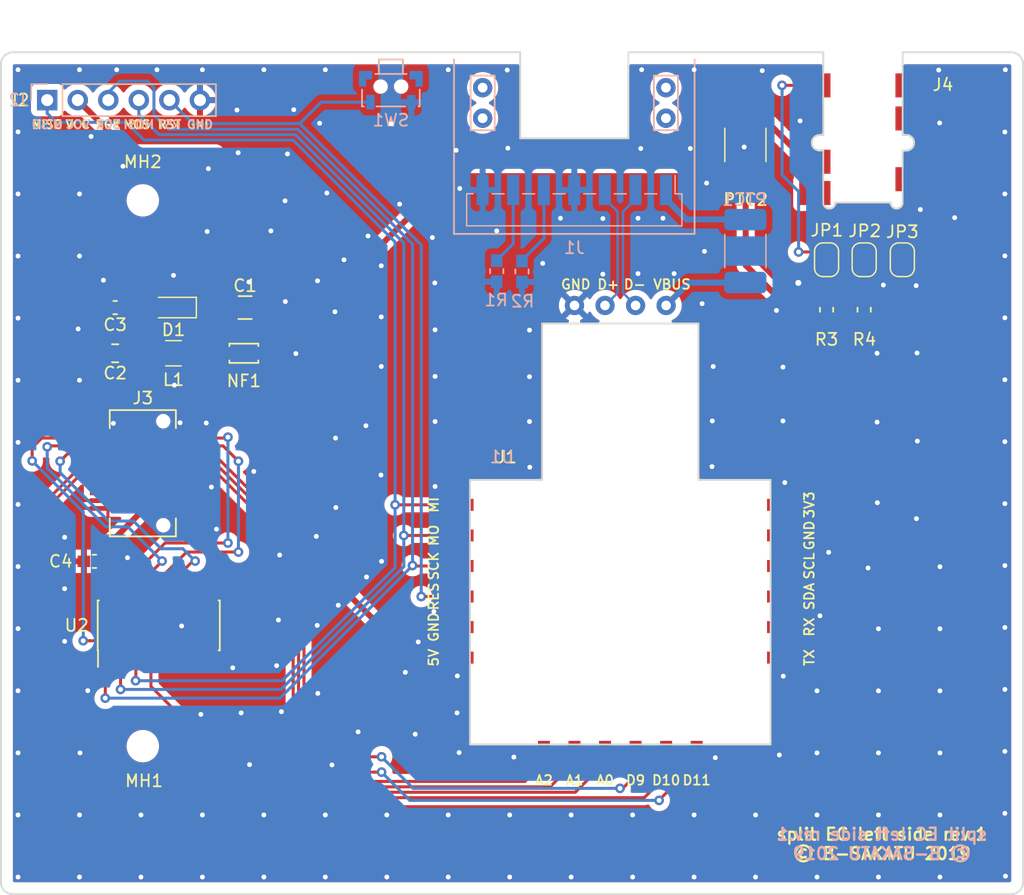
<source format=kicad_pcb>
(kicad_pcb (version 20221018) (generator pcbnew)
  (layers (0 "F.Cu" signal) (31 "B.Cu" signal) (34 "B.Paste" user) (35 "F.Paste" user) (36 "B.SilkS" user "B.Silkscreen") (37 "F.SilkS" user "F.Silkscreen") (38 "B.Mask" user) (39 "F.Mask" user) (44 "Edge.Cuts" user))
  (net 0 "")
  (net 1 "Net-(C1-Pad1)")
  (net 2 "GND")
  (net 3 "AVCC")
  (net 4 "KEY")
  (net 5 "ENABLE")
  (net 6 "PREV")
  (net 7 "ROW_A")
  (net 8 "ROW_B")
  (net 9 "ROW_C")
  (net 10 "COL_B")
  (net 11 "COL_C")
  (net 12 "COL_A")
  (net 13 "VCC")
  (net 14 "COL_0")
  (net 15 "COL_1")
  (net 16 "COL_2")
  (net 17 "COL_3")
  (net 18 "Net-(U2-Pad7)")
  (net 19 "Net-(U2-Pad9)")
  (net 20 "Net-(U2-Pad10)")
  (net 21 "/D+")
  (net 22 "/CC1")
  (net 23 "/D-")
  (net 24 "/CC2")
  (net 25 "~{RST}")
  (net 26 "LED")
  (net 27 "SCL")
  (net 28 "SDA")
  (net 29 "DATA")
  (net 30 "Net-(PTC1-Pad2)")
  (net 31 "Net-(U1-Pad2)")
  (net 32 "Net-(U1-Pad1)")
  (net 33 "Net-(U2-Pad11)")
  (net 34 "VBUS")
  (net 35 "Net-(J3-Pad9)")
  (net 36 "Net-(J4-PadR1N)")
  (net 37 "Net-(J4-PadR1)")
  (net 38 "Net-(J4-PadT1N)")
  (net 39 "Net-(J4-PadT)")
  (net 40 "Net-(J4-PadR2)")
  (footprint "bsakatu_parts:C_1206_3216Metric_Pad1.42x1.75mm_HandSolder" (layer "F.Cu") (at 91.55 61.225)
    (fp_text reference "C1")
    (fp_text value "10u")
  )
  (footprint "bsakatu_parts:C_0805_2012Metric_Pad1.15x1.40mm_HandSolder" (layer "F.Cu") (at 80.75 65.025 180)
    (fp_text reference "C2")
    (fp_text value "22u")
  )
  (footprint "bsakatu_parts:C_0603_1608Metric_Pad1.05x0.95mm_HandSolder" (layer "F.Cu") (at 80.75 61.225 180)
    (fp_text reference "C3")
    (fp_text value "0.1u")
  )
  (footprint "bsakatu_parts:C_0603_1608Metric_Pad1.05x0.95mm_HandSolder" (layer "F.Cu") (at 79.025 82.325 180)
    (fp_text reference "C4")
    (fp_text value "0.1u")
  )
  (footprint "bsakatu_parts:D_SOD-323_HandSoldering" (layer "F.Cu") (at 85.6 61.225 180)
    (fp_text reference "D1")
    (fp_text value "1SS352")
  )
  (footprint "bsakatu_parts:DF15(3.2)-20DP-0.65V(56)_BracketLess" (layer "F.Cu") (at 83.05 75)
    (fp_text reference "J3")
    (fp_text value "DF15(3.2)-20DP-0.65V(56)")
  )
  (footprint "Jumper:SolderJumper-2_P1.3mm_Open_RoundedPad1.0x1.5mm" (layer "F.Cu") (at 139.9 57.25 90)
    (fp_text reference "JP1")
    (fp_text value "SolderJumper_2_Open")
  )
  (footprint "Jumper:SolderJumper-2_P1.3mm_Open_RoundedPad1.0x1.5mm" (layer "F.Cu") (at 143.025 57.25 90)
    (fp_text reference "JP2")
    (fp_text value "SolderJumper_2_Open")
  )
  (footprint "Jumper:SolderJumper-2_P1.3mm_Bridged_RoundedPad1.0x1.5mm" (layer "F.Cu") (at 146.2 57.25 90)
    (fp_text reference "JP3")
    (fp_text value "SolderJumper_2_Open")
  )
  (footprint "bsakatu_parts:L_Yuden_LB-2518_HandSolder" (layer "F.Cu") (at 85.6 65.025 180)
    (fp_text reference "L1")
    (fp_text value "LBR2518T470K")
  )
  (footprint "MountingHole:MountingHole_2.2mm_M2" (layer "F.Cu") (at 83.05 97.69)
    (fp_text reference "MH1")
    (fp_text value "MountingHole")
  )
  (footprint "MountingHole:MountingHole_2.2mm_M2" (layer "F.Cu") (at 83.05 52.31)
    (fp_text reference "MH2")
    (fp_text value "MountingHole")
  )
  (footprint "bsakatu_parts:NF_YFF21_HandSoldering" (layer "F.Cu") (at 91.45 65.025 180)
    (fp_text reference "NF1")
    (fp_text value "YFF21PC1E104MT000N" hide)
  )
  (footprint "bsakatu_parts:PTC_0ZCG_1812_4532" (layer "F.Cu") (at 133.15 47.7 90)
    (fp_text reference "PTC2")
    (fp_text value "0ZCG0050AF2C" hide)
  )
  (footprint "bsakatu_parts:R_SMD_0603_1608_HandSolder" (layer "F.Cu") (at 139.9 61.4 90)
    (fp_text reference "R3")
    (fp_text value "4.7k")
  )
  (footprint "bsakatu_parts:R_SMD_0603_1608_HandSolder" (layer "F.Cu") (at 143.025 61.4 90)
    (fp_text reference "R4")
    (fp_text value "4.7k")
  )
  (footprint "Package_SO:SOIC-16_3.9x9.9mm_P1.27mm" (layer "F.Cu") (at 84.375 87.65 90)
    (fp_text reference "U2")
    (fp_text value "74LS138")
  )
  (footprint "bsakatu_parts:Jack_3.5mm_CUI_SJ-43504-SMT_Horizontal" (layer "F.Cu") (at 142.925 40)
    (fp_text reference "J4")
    (fp_text value "TRRS jack")
    (fp_line (start -3.6 6.87) (end -3.3 6.87) (stroke (width 0.15)) (layer "Edge.Cuts"))
    (fp_line (start -3.6 8.17) (end -3.3 8.17) (stroke (width 0.15)) (layer "Edge.Cuts"))
    (fp_line (start -3.3 0) (end -4.35 0) (stroke (width 0.15)) (layer "Edge.Cuts"))
    (fp_line (start -3.3 0) (end -3.3 6.87) (stroke (width 0.15)) (layer "Edge.Cuts"))
    (fp_line (start -3.3 8.17) (end -3.3 12.5) (stroke (width 0.15)) (layer "Edge.Cuts"))
    (fp_line (start -2.3 12.5) (end 2.3 12.5) (stroke (width 0.15)) (layer "Edge.Cuts"))
    (fp_line (start 3.3 0) (end 3.3 6.87) (stroke (width 0.15)) (layer "Edge.Cuts"))
    (fp_line (start 3.3 0) (end 4.35 0) (stroke (width 0.15)) (layer "Edge.Cuts"))
    (fp_line (start 3.3 6.87) (end 3.6 6.87) (stroke (width 0.15)) (layer "Edge.Cuts"))
    (fp_line (start 3.3 8.17) (end 3.3 12.5) (stroke (width 0.15)) (layer "Edge.Cuts"))
    (fp_line (start 3.3 8.17) (end 3.6 8.17) (stroke (width 0.15)) (layer "Edge.Cuts"))
    (fp_arc (start -3.6 8.17) (mid -4.25 7.52) (end -3.6 6.87) (stroke (width 0.15)) (layer "Edge.Cuts"))
    (fp_arc (start -2.3 12.5) (mid -2.8 13) (end -3.3 12.5) (stroke (width 0.15)) (layer "Edge.Cuts"))
    (fp_arc (start 3.3 12.5) (mid 2.8 13) (end 2.3 12.5) (stroke (width 0.15)) (layer "Edge.Cuts"))
    (fp_arc (start 3.6 6.87) (mid 4.25 7.52) (end 3.6 8.17) (stroke (width 0.15)) (layer "Edge.Cuts"))
  )
  (footprint "bsakatu_parts:Module_BeetleUSB_soldered_with_L-shape-PinHeader_Reverse" (layer "F.Cu") (at 122.75 85.25)
    (fp_text reference "U1")
    (fp_text value "BeetleUSB_with_USB")
    (fp_line (start -12.5 -9.7) (end -6.5 -9.7) (stroke (width 0.15)) (layer "Edge.Cuts"))
    (fp_line (start -12.5 12.3) (end -12.5 -9.7) (stroke (width 0.15)) (layer "Edge.Cuts"))
    (fp_line (start -6.5 -22.7) (end 6.5 -22.7) (stroke (width 0.15)) (layer "Edge.Cuts"))
    (fp_line (start -6.5 -9.7) (end -6.5 -22.7) (stroke (width 0.15)) (layer "Edge.Cuts"))
    (fp_line (start 6.5 -22.7) (end 6.5 -9.7) (stroke (width 0.15)) (layer "Edge.Cuts"))
    (fp_line (start 6.5 -9.7) (end 12.5 -9.7) (stroke (width 0.15)) (layer "Edge.Cuts"))
    (fp_line (start 12.5 12.3) (end -12.5 12.3) (stroke (width 0.15)) (layer "Edge.Cuts"))
    (fp_line (start 12.5 12.3) (end 12.5 -9.7) (stroke (width 0.15)) (layer "Edge.Cuts"))
  )
  (footprint "bsakatu_parts:PTC_0ZCG_1812_4532" (layer "B.Cu") (at 133.15 56.525 -90)
    (fp_text reference "PTC1")
    (fp_text value "0ZCG0050AF2C" hide)
  )
  (footprint "bsakatu_parts:R_SMD_0603_1608_HandSolder" (layer "B.Cu") (at 112.475 58.2 90)
    (fp_text reference "R1")
    (fp_text value "5.1k")
  )
  (footprint "bsakatu_parts:R_SMD_0603_1608_HandSolder" (layer "B.Cu") (at 114.575 58.225 90)
    (fp_text reference "R2")
    (fp_text value "5.1k")
  )
  (footprint "bsakatu_parts:SW_SPST_4.4x1.8x3.8mm_plastic-pin" (layer "B.Cu") (at 103.675 42.85)
    (fp_text reference "SW1")
    (fp_text value "SW_Push")
  )
  (footprint "bsakatu_parts:USB_C_AE-USB2.0-TYPE-C_soldered_with_L-shape-PinHeader" (layer "B.Cu") (at 118.925 53.1 180)
    (fp_text reference "J1")
    (fp_text value "AE-USB2.0-TYPE-C")
    (fp_line (start -4.5 5.95) (end -4.5 13.1) (stroke (width 0.15)) (layer "Edge.Cuts"))
    (fp_line (start -4.5 5.95) (end 4.5 5.95) (stroke (width 0.15)) (layer "Edge.Cuts"))
    (fp_line (start -4.5 13.1) (end -9.85 13.1) (stroke (width 0.15)) (layer "Edge.Cuts"))
    (fp_line (start 4.5 5.95) (end 4.5 13.1) (stroke (width 0.15)) (layer "Edge.Cuts"))
    (fp_line (start 4.5 13.1) (end 9.85 13.1) (stroke (width 0.15)) (layer "Edge.Cuts"))
  )
  (footprint "bsakatu_parts:Connector_AVR-ISP-6_6x1_Reversible" (layer "B.Cu") (at 75.1 43.975 -90)
    (fp_text reference "J2")
    (fp_text value "AVR-ISP-6")
  )
  (gr_line (start 155.25 110) (end 72.25 110) (stroke (width 0.15)) (layer "Edge.Cuts"))
  (gr_arc (start 72.25 110) (mid 71.542893 109.707107) (end 71.25 109) (stroke (width 0.15)) (layer "Edge.Cuts"))
  (gr_arc (start 156.25 109) (mid 155.957107 109.707107) (end 155.25 110) (stroke (width 0.15)) (layer "Edge.Cuts"))
  (gr_arc (start 155.25 40) (mid 155.957107 40.292893) (end 156.25 41) (stroke (width 0.15)) (layer "Edge.Cuts"))
  (gr_line (start 109.075 40) (end 72.25 40) (stroke (width 0.15)) (layer "Edge.Cuts"))
  (gr_line (start 156.25 41) (end 156.25 109) (stroke (width 0.15)) (layer "Edge.Cuts"))
  (gr_line (start 71.25 41) (end 71.25 109) (stroke (width 0.15)) (layer "Edge.Cuts"))
  (gr_arc (start 71.25 41) (mid 71.542893 40.292893) (end 72.25 40) (stroke (width 0.15)) (layer "Edge.Cuts"))
  (gr_line (start 128.775 40) (end 138.575 40) (stroke (width 0.15)) (layer "Edge.Cuts"))
  (gr_line (start 155.25 40) (end 147.275 40) (stroke (width 0.15)) (layer "Edge.Cuts"))
  (gr_text "split EC left side rev.1\n© B-SAKATU 2019" (at 144.5 105.825) (layer "B.SilkS") (effects (font (size 1 1) (thickness 0.2)) (justify mirror)))
  (gr_text "split EC left side rev.1\n© B-SAKATU 2019" (at 144.5 105.825) (layer "F.SilkS") (effects (font (size 1 1) (thickness 0.2))))
  (segment (start 86.85 61.225) (end 86.85 65.05) (width 0.5) (layer "F.Cu") (net 1))
  (segment (start 86.85 61.225) (end 90.05 61.225) (width 0.5) (layer "F.Cu") (net 1))
  (segment (start 90.25 65.025) (end 86.875 65.025) (width 0.5) (layer "F.Cu") (net 1))
  (segment (start 85.95 76.625) (end 85.95 78.75) (width 0.25) (layer "F.Cu") (net 2))
  (segment (start 85.95 77.275) (end 88 77.275) (width 0.25) (layer "F.Cu") (net 2))
  (segment (start 85.95 76.625) (end 88 76.625) (width 0.25) (layer "F.Cu") (net 2))
  (segment (start 80.15 77.275) (end 80.15 77.925) (width 0.25) (layer "F.Cu") (net 2))
  (segment (start 78.4 77.925) (end 78.25 77.925) (width 0.25) (layer "F.Cu") (net 2))
  (segment (start 80.15 77.925) (end 80.15 78.75) (width 0.25) (layer "F.Cu") (net 2))
  (segment (start 78.8 77.275) (end 78.25 77.275) (width 0.25) (layer "F.Cu") (net 2))
  (segment (start 85.95 77.925) (end 88 77.925) (width 0.25) (layer "F.Cu") (net 2))
  (segment (start 80.15 77.275) (end 78.8 77.275) (width 0.25) (layer "F.Cu") (net 2))
  (segment (start 80.15 77.925) (end 78.4 77.925) (width 0.25) (layer "F.Cu") (net 2))
  (via (at 72.675 46.613461) (size 0.8) (drill 0.4) (layers "F.Cu" "B.Cu") (net 2))
  (via (at 72.675 51.776922) (size 0.8) (drill 0.4) (layers "F.Cu" "B.Cu") (net 2))
  (via (at 72.675 56.940383) (size 0.8) (drill 0.4) (layers "F.Cu" "B.Cu") (net 2))
  (via (at 72.675 62.103844) (size 0.8) (drill 0.4) (layers "F.Cu" "B.Cu") (net 2))
  (via (at 72.675 67.267305) (size 0.8) (drill 0.4) (layers "F.Cu" "B.Cu") (net 2))
  (via (at 72.675 72.430766) (size 0.8) (drill 0.4) (layers "F.Cu" "B.Cu") (net 2))
  (via (at 72.675 77.594227) (size 0.8) (drill 0.4) (layers "F.Cu" "B.Cu") (net 2))
  (via (at 72.675 82.757688) (size 0.8) (drill 0.4) (layers "F.Cu" "B.Cu") (net 2))
  (via (at 72.675 87.921149) (size 0.8) (drill 0.4) (layers "F.Cu" "B.Cu") (net 2))
  (via (at 72.675 93.08461) (size 0.8) (drill 0.4) (layers "F.Cu" "B.Cu") (net 2))
  (via (at 72.675 98.248071) (size 0.8) (drill 0.4) (layers "F.Cu" "B.Cu") (net 2))
  (via (at 72.675 103.411532) (size 0.8) (drill 0.4) (layers "F.Cu" "B.Cu") (net 2))
  (via (at 72.675 108.575) (size 0.8) (drill 0.4) (layers "F.Cu" "B.Cu") (net 2))
  (via (at 154.725 46.625) (size 0.8) (drill 0.4) (layers "F.Cu" "B.Cu") (net 2))
  (via (at 154.725 51.775) (size 0.8) (drill 0.4) (layers "F.Cu" "B.Cu") (net 2))
  (via (at 154.725 56.925) (size 0.8) (drill 0.4) (layers "F.Cu" "B.Cu") (net 2))
  (via (at 154.725 62.075) (size 0.8) (drill 0.4) (layers "F.Cu" "B.Cu") (net 2))
  (via (at 154.725 67.225) (size 0.8) (drill 0.4) (layers "F.Cu" "B.Cu") (net 2))
  (via (at 154.725 72.375) (size 0.8) (drill 0.4) (layers "F.Cu" "B.Cu") (net 2))
  (via (at 154.725 77.525) (size 0.8) (drill 0.4) (layers "F.Cu" "B.Cu") (net 2))
  (via (at 154.725 82.675) (size 0.8) (drill 0.4) (layers "F.Cu" "B.Cu") (net 2))
  (via (at 154.725 87.825) (size 0.8) (drill 0.4) (layers "F.Cu" "B.Cu") (net 2))
  (via (at 154.725 92.975) (size 0.8) (drill 0.4) (layers "F.Cu" "B.Cu") (net 2))
  (via (at 154.725 98.125) (size 0.8) (drill 0.4) (layers "F.Cu" "B.Cu") (net 2))
  (via (at 154.725 103.275) (size 0.8) (drill 0.4) (layers "F.Cu" "B.Cu") (net 2))
  (via (at 77.785 108.575) (size 0.8) (drill 0.4) (layers "F.Cu" "B.Cu") (net 2))
  (via (at 82.895 108.575) (size 0.8) (drill 0.4) (layers "F.Cu" "B.Cu") (net 2))
  (via (at 88.005 108.575) (size 0.8) (drill 0.4) (layers "F.Cu" "B.Cu") (net 2))
  (via (at 93.115 108.575) (size 0.8) (drill 0.4) (layers "F.Cu" "B.Cu") (net 2))
  (via (at 98.225 108.575) (size 0.8) (drill 0.4) (layers "F.Cu" "B.Cu") (net 2))
  (via (at 103.335 108.575) (size 0.8) (drill 0.4) (layers "F.Cu" "B.Cu") (net 2))
  (via (at 108.445 108.575) (size 0.8) (drill 0.4) (layers "F.Cu" "B.Cu") (net 2))
  (via (at 113.555 108.575) (size 0.8) (drill 0.4) (layers "F.Cu" "B.Cu") (net 2))
  (via (at 118.665 108.575) (size 0.8) (drill 0.4) (layers "F.Cu" "B.Cu") (net 2))
  (via (at 123.775 108.575) (size 0.8) (drill 0.4) (layers "F.Cu" "B.Cu") (net 2))
  (via (at 128.885 108.575) (size 0.8) (drill 0.4) (layers "F.Cu" "B.Cu") (net 2))
  (via (at 133.995 108.575) (size 0.8) (drill 0.4) (layers "F.Cu" "B.Cu") (net 2))
  (via (at 139.105 108.575) (size 0.8) (drill 0.4) (layers "F.Cu" "B.Cu") (net 2))
  (via (at 144.215 108.575) (size 0.8) (drill 0.4) (layers "F.Cu" "B.Cu") (net 2))
  (via (at 149.325 108.575) (size 0.8) (drill 0.4) (layers "F.Cu" "B.Cu") (net 2))
  (via (at 154.775 108.5) (size 0.8) (drill 0.4) (layers "F.Cu" "B.Cu") (net 2))
  (via (at 77.785 41.45) (size 0.8) (drill 0.4) (layers "F.Cu" "B.Cu") (net 2))
  (via (at 84.225 41.45) (size 0.8) (drill 0.4) (layers "F.Cu" "B.Cu") (net 2))
  (via (at 88.005 41.45) (size 0.8) (drill 0.4) (layers "F.Cu" "B.Cu") (net 2))
  (via (at 93.115 41.45) (size 0.8) (drill 0.4) (layers "F.Cu" "B.Cu") (net 2))
  (via (at 98.225 41.45) (size 0.8) (drill 0.4) (layers "F.Cu" "B.Cu") (net 2))
  (via (at 108.445 41.45) (size 0.8) (drill 0.4) (layers "F.Cu" "B.Cu") (net 2))
  (via (at 154.765 41.45) (size 0.8) (drill 0.4) (layers "F.Cu" "B.Cu") (net 2))
  (via (at 77.785 51.776922) (size 0.8) (drill 0.4) (layers "F.Cu" "B.Cu") (net 2))
  (via (at 77.785 56.940383) (size 0.8) (drill 0.4) (layers "F.Cu" "B.Cu") (net 2))
  (via (at 77.675 63) (size 0.8) (drill 0.4) (layers "F.Cu" "B.Cu") (net 2))
  (via (at 77.785 67.267305) (size 0.8) (drill 0.4) (layers "F.Cu" "B.Cu") (net 2))
  (via (at 77.785 103.411532) (size 0.8) (drill 0.4) (layers "F.Cu" "B.Cu") (net 2))
  (via (at 82.895 103.411532) (size 0.8) (drill 0.4) (layers "F.Cu" "B.Cu") (net 2))
  (via (at 88.005 103.411532) (size 0.8) (drill 0.4) (layers "F.Cu" "B.Cu") (net 2))
  (via (at 93.115 103.411532) (size 0.8) (drill 0.4) (layers "F.Cu" "B.Cu") (net 2))
  (via (at 98.225 103.411532) (size 0.8) (drill 0.4) (layers "F.Cu" "B.Cu") (net 2))
  (via (at 103.335 103.411532) (size 0.8) (drill 0.4) (layers "F.Cu" "B.Cu") (net 2))
  (via (at 108.445 103.411532) (size 0.8) (drill 0.4) (layers "F.Cu" "B.Cu") (net 2))
  (via (at 113.555 103.411532) (size 0.8) (drill 0.4) (layers "F.Cu" "B.Cu") (net 2))
  (via (at 118.665 103.411532) (size 0.8) (drill 0.4) (layers "F.Cu" "B.Cu") (net 2))
  (via (at 123.775 103.411532) (size 0.8) (drill 0.4) (layers "F.Cu" "B.Cu") (net 2))
  (via (at 128.885 103.411532) (size 0.8) (drill 0.4) (layers "F.Cu" "B.Cu") (net 2))
  (via (at 133.995 103.411532) (size 0.8) (drill 0.4) (layers "F.Cu" "B.Cu") (net 2))
  (via (at 139.105 103.411532) (size 0.8) (drill 0.4) (layers "F.Cu" "B.Cu") (net 2))
  (via (at 144.215 103.411532) (size 0.8) (drill 0.4) (layers "F.Cu" "B.Cu") (net 2))
  (via (at 149.325 103.411532) (size 0.8) (drill 0.4) (layers "F.Cu" "B.Cu") (net 2))
  (via (at 149.325 98.251532) (size 0.8) (drill 0.4) (layers "F.Cu" "B.Cu") (net 2))
  (via (at 149.325 93.091532) (size 0.8) (drill 0.4) (layers "F.Cu" "B.Cu") (net 2))
  (via (at 149.325 87.931532) (size 0.8) (drill 0.4) (layers "F.Cu" "B.Cu") (net 2))
  (via (at 149.325 82.771532) (size 0.8) (drill 0.4) (layers "F.Cu" "B.Cu") (net 2))
  (via (at 144.215 98.251532) (size 0.8) (drill 0.4) (layers "F.Cu" "B.Cu") (net 2))
  (via (at 144.215 93.091532) (size 0.8) (drill 0.4) (layers "F.Cu" "B.Cu") (net 2))
  (via (at 144.215 87.931532) (size 0.8) (drill 0.4) (layers "F.Cu" "B.Cu") (net 2))
  (via (at 139.105 98.251532) (size 0.8) (drill 0.4) (layers "F.Cu" "B.Cu") (net 2))
  (via (at 139.105 93.091532) (size 0.8) (drill 0.4) (layers "F.Cu" "B.Cu") (net 2))
  (via (at 113.35 41.475) (size 0.8) (drill 0.4) (layers "F.Cu" "B.Cu") (net 2))
  (via (at 124.525 41.45) (size 0.8) (drill 0.4) (layers "F.Cu" "B.Cu") (net 2))
  (via (at 128.885 41.45) (size 0.8) (drill 0.4) (layers "F.Cu" "B.Cu") (net 2))
  (via (at 109.1 48.15) (size 0.8) (drill 0.4) (layers "F.Cu" "B.Cu") (net 2))
  (via (at 113.4 47.975) (size 0.8) (drill 0.4) (layers "F.Cu" "B.Cu") (net 2))
  (via (at 124.45 48) (size 0.8) (drill 0.4) (layers "F.Cu" "B.Cu") (net 2))
  (via (at 144.125 77.45) (size 0.8) (drill 0.4) (layers "F.Cu" "B.Cu") (net 2))
  (via (at 107.125 55.4) (size 0.8) (drill 0.4) (layers "F.Cu" "B.Cu") (net 2))
  (via (at 107.35 76.1) (size 0.8) (drill 0.4) (layers "F.Cu" "B.Cu") (net 2))
  (via (at 97.75 45.9) (size 0.8) (drill 0.4) (layers "F.Cu" "B.Cu") (net 2))
  (via (at 124.225 53.8) (size 0.8) (drill 0.4) (layers "F.Cu" "B.Cu") (net 2))
  (via (at 80.6 70.85) (size 0.8) (drill 0.4) (layers "F.Cu" "B.Cu") (net 2))
  (via (at 115.2 66.975) (size 0.8) (drill 0.4) (layers "F.Cu" "B.Cu") (net 2))
  (via (at 90.975 48.35) (size 0.8) (drill 0.4) (layers "F.Cu" "B.Cu") (net 2))
  (via (at 77.825 98.25) (size 0.8) (drill 0.4) (layers "F.Cu" "B.Cu") (net 2))
  (via (at 103.7 45.95) (size 0.8) (drill 0.4) (layers "F.Cu" "B.Cu") (net 2))
  (via (at 88.4 54.9) (size 0.8) (drill 0.4) (layers "F.Cu" "B.Cu") (net 2))
  (via (at 95.6 44.775) (size 0.8) (drill 0.4) (layers "F.Cu" "B.Cu") (net 2))
  (via (at 128.575 48) (size 0.8) (drill 0.4) (layers "F.Cu" "B.Cu") (net 2))
  (via (at 86.275 87.7) (size 0.8) (drill 0.4) (layers "F.Cu" "B.Cu") (net 2))
  (via (at 105.7 96.7) (size 0.8) (drill 0.4) (layers "F.Cu" "B.Cu") (net 2))
  (via (at 99.1 77.85) (size 0.8) (drill 0.4) (layers "F.Cu" "B.Cu") (net 2))
  (via (at 99.775 57.25) (size 0.8) (drill 0.4) (layers "F.Cu" "B.Cu") (net 2))
  (via (at 101.775 55.275) (size 0.8) (drill 0.4) (layers "F.Cu" "B.Cu") (net 2))
  (via (at 109.4 51.325) (size 0.8) (drill 0.4) (layers "F.Cu" "B.Cu") (net 2))
  (via (at 87.875 95.05) (size 0.8) (drill 0.4) (layers "F.Cu" "B.Cu") (net 2))
  (via (at 109.2 91.85) (size 0.8) (drill 0.4) (layers "F.Cu" "B.Cu") (net 2))
  (via (at 109.35 98.225) (size 0.8) (drill 0.4) (layers "F.Cu" "B.Cu") (net 2))
  (via (at 80.875 41.45) (size 0.8) (drill 0.4) (layers "F.Cu" "B.Cu") (net 2))
  (via (at 117.775 53.8) (size 0.8) (drill 0.4) (layers "F.Cu" "B.Cu") (net 2))
  (via (at 127.225 58.4) (size 0.8) (drill 0.4) (layers "F.Cu" "B.Cu") (net 2))
  (via (at 107.35 63.075) (size 0.8) (drill 0.4) (layers "F.Cu" "B.Cu") (net 2))
  (via (at 85.6 58.55) (size 0.8) (drill 0.4) (layers "F.Cu" "B.Cu") (net 2))
  (via (at 91.925 99.225) (size 0.8) (drill 0.4) (layers "F.Cu" "B.Cu") (net 2))
  (via (at 81.775 82.025) (size 0.8) (drill 0.4) (layers "F.Cu" "B.Cu") (net 2))
  (via (at 115.225 74.5) (size 0.8) (drill 0.4) (layers "F.Cu" "B.Cu") (net 2))
  (via (at 78.475 93.075) (size 0.8) (drill 0.4) (layers "F.Cu" "B.Cu") (net 2))
  (via (at 99.3 85.975) (size 0.8) (drill 0.4) (layers "F.Cu" "B.Cu") (net 2))
  (via (at 93.7 54.85) (size 0.8) (drill 0.4) (layers "F.Cu" "B.Cu") (net 2))
  (via (at 134.55 41.525) (size 0.8) (drill 0.4) (layers "F.Cu" "B.Cu") (net 2))
  (via (at 104.875 91.55) (size 0.8) (drill 0.4) (layers "F.Cu" "B.Cu") (net 2))
  (via (at 130.475 66.125) (size 0.8) (drill 0.4) (layers "F.Cu" "B.Cu") (net 2))
  (via (at 147.45 72.325) (size 0.8) (drill 0.4) (layers "F.Cu" "B.Cu") (net 2))
  (via (at 94.425 81.8) (size 0.8) (drill 0.4) (layers "F.Cu" "B.Cu") (net 2))
  (via (at 101.65 83.625) (size 0.8) (drill 0.4) (layers "F.Cu" "B.Cu") (net 2))
  (via (at 147.375 78.775) (size 0.8) (drill 0.4) (layers "F.Cu" "B.Cu") (net 2))
  (via (at 76.55 84.6) (size 0.8) (drill 0.4) (layers "F.Cu" "B.Cu") (net 2))
  (via (at 140.075 81.575) (size 0.8) (drill 0.4) (layers "F.Cu" "B.Cu") (net 2))
  (via (at 121.3 58.45) (size 0.8) (drill 0.4) (layers "F.Cu" "B.Cu") (net 2))
  (via (at 136.275 70.65) (size 0.8) (drill 0.4) (layers "F.Cu" "B.Cu") (net 2))
  (via (at 99.025 61.575) (size 0.8) (drill 0.4) (layers "F.Cu" "B.Cu") (net 2))
  (via (at 102.875 62) (size 0.8) (drill 0.4) (layers "F.Cu" "B.Cu") (net 2))
  (via (at 105.95 89.025) (size 0.8) (drill 0.4) (layers "F.Cu" "B.Cu") (net 2))
  (via (at 121.3 53.825) (size 0.8) (drill 0.4) (layers "F.Cu" "B.Cu") (net 2))
  (via (at 137.7 45.7) (size 0.8) (drill 0.4) (layers "F.Cu" "B.Cu") (net 2))
  (via (at 72.675 41.45) (size 0.8) (drill 0.4) (layers "F.Cu" "B.Cu") (net 2))
  (via (at 129.925 50.875) (size 0.8) (drill 0.4) (layers "F.Cu" "B.Cu") (net 2))
  (via (at 79.775 58.95) (size 0.8) (drill 0.4) (layers "F.Cu" "B.Cu") (net 2))
  (via (at 95.775 65.05) (size 0.8) (drill 0.4) (layers "F.Cu" "B.Cu") (net 2))
  (via (at 135.975 98.425) (size 0.8) (drill 0.4) (layers "F.Cu" "B.Cu") (net 2))
  (via (at 135.736452 61.463548) (size 0.8) (drill 0.4) (layers "F.Cu" "B.Cu") (net 2))
  (via (at 94.875 52.35) (size 0.8) (drill 0.4) (layers "F.Cu" "B.Cu") (net 2))
  (via (at 150.55 53.75) (size 0.8) (drill 0.4) (layers "F.Cu" "B.Cu") (net 2))
  (via (at 100.95 96.5) (size 0.8) (drill 0.4) (layers "F.Cu" "B.Cu") (net 2))
  (via (at 97.575 59) (size 0.8) (drill 0.4) (layers "F.Cu" "B.Cu") (net 2))
  (via (at 76.55 80.325) (size 0.8) (drill 0.4) (layers "F.Cu" "B.Cu") (net 2))
  (via (at 90.875 44.8) (size 0.8) (drill 0.4) (layers "F.Cu" "B.Cu") (net 2))
  (via (at 101.6 71.05) (size 0.8) (drill 0.4) (layers "F.Cu" "B.Cu") (net 2))
  (via (at 102.85 75.15) (size 0.8) (drill 0.4) (layers "F.Cu" "B.Cu") (net 2))
  (via (at 112.475 54.85) (size 0.8) (drill 0.4) (layers "F.Cu" "B.Cu") (net 2))
  (via (at 76.55 88.975) (size 0.8) (drill 0.4) (layers "F.Cu" "B.Cu") (net 2))
  (via (at 94.325 87.2) (size 0.8) (drill 0.4) (layers "F.Cu" "B.Cu") (net 2))
  (via (at 107.25 86.5) (size 0.8) (drill 0.4) (layers "F.Cu" "B.Cu") (net 2))
  (via (at 97.6 93.3) (size 0.8) (drill 0.4) (layers "F.Cu" "B.Cu") (net 2))
  (via (at 97.55 87.65) (size 0.8) (drill 0.4) (layers "F.Cu" "B.Cu") (net 2))
  (via (at 137.55 59.175) (size 1) (drill 0.5) (layers "F.Cu" "B.Cu") (net 2))
  (via (at 139.35 86.85) (size 0.8) (drill 0.4) (layers "F.Cu" "B.Cu") (net 2))
  (via (at 98.35 51.7) (size 0.8) (drill 0.4) (layers "F.Cu" "B.Cu") (net 2))
  (via (at 147.425 65) (size 0.8) (drill 0.4) (layers "F.Cu" "B.Cu") (net 2))
  (via (at 88.325 70.825) (size 0.8) (drill 0.4) (layers "F.Cu" "B.Cu") (net 2))
  (via (at 130.4 70.65) (size 0.8) (drill 0.4) (layers "F.Cu" "B.Cu") (net 2))
  (via (at 136.3 91.875) (size 0.8) (drill 0.4) (layers "F.Cu" "B.Cu") (net 2))
  (via (at 78.75 47) (size 0.8) (drill 0.4) (layers "F.Cu" "B.Cu") (net 2))
  (via (at 95.075 48.45) (size 0.8) (drill 0.4) (layers "F.Cu" "B.Cu") (net 2))
  (via (at 144.1 65.025) (size 0.8) (drill 0.4) (layers "F.Cu" "B.Cu") (net 2))
  (via (at 102.875 66.125) (size 0.8) (drill 0.4) (layers "F.Cu" "B.Cu") (net 2))
  (via (at 88.5 49.675) (size 0.8) (drill 0.4) (layers "F.Cu" "B.Cu") (net 2))
  (via (at 136.425 75.775) (size 0.8) (drill 0.4) (layers "F.Cu" "B.Cu") (net 2))
  (via (at 85.675 67.675) (size 0.8) (drill 0.4) (layers "F.Cu" "B.Cu") (net 2))
  (via (at 144.1 70.75) (size 0.8) (drill 0.4) (layers "F.Cu" "B.Cu") (net 2))
  (via (at 104.4 52.625) (size 0.8) (drill 0.4) (layers "F.Cu" "B.Cu") (net 2))
  (via (at 149.225 41.475) (size 0.8) (drill 0.4) (layers "F.Cu" "B.Cu") (net 2))
  (via (at 91.875 59.1) (size 0.8) (drill 0.4) (layers "F.Cu" "B.Cu") (net 2))
  (via (at 102.9 82.325) (size 0.8) (drill 0.4) (layers "F.Cu" "B.Cu") (net 2))
  (via (at 88.75 76.15) (size 0.8) (drill 0.4) (layers "F.Cu" "B.Cu") (net 2))
  (via (at 98.775 99.25) (size 0.8) (drill 0.4) (layers "F.Cu" "B.Cu") (net 2))
  (via (at 124.225 58.4) (size 0.8) (drill 0.4) (layers "F.Cu" "B.Cu") (net 2))
  (via (at 107.35 66.95) (size 0.8) (drill 0.4) (layers "F.Cu" "B.Cu") (net 2))
  (via (at 89.175 79.65) (size 0.8) (drill 0.4) (layers "F.Cu" "B.Cu") (net 2))
  (via (at 115.2 70.7) (size 0.8) (drill 0.4) (layers "F.Cu" "B.Cu") (net 2))
  (via (at 90.525 91.175) (size 0.8) (drill 0.4) (layers "F.Cu" "B.Cu") (net 2))
  (via (at 129.55 60.9) (size 0.8) (drill 0.4) (layers "F.Cu" "B.Cu") (net 2))
  (via (at 147.35001 59.4) (size 0.8) (drill 0.4) (layers "F.Cu" "B.Cu") (net 2))
  (via (at 129.75 56.55) (size 0.8) (drill 0.4) (layers "F.Cu" "B.Cu") (net 2))
  (via (at 143.35 82.875) (size 0.8) (drill 0.4) (layers "F.Cu" "B.Cu") (net 2))
  (via (at 91.225 94.925) (size 0.8) (drill 0.4) (layers "F.Cu" "B.Cu") (net 2))
  (via (at 149.3 45.875) (size 0.8) (drill 0.4) (layers "F.Cu" "B.Cu") (net 2))
  (via (at 94.575 94.825) (size 0.8) (drill 0.4) (layers "F.Cu" "B.Cu") (net 2))
  (via (at 99.075 72.075) (size 0.8) (drill 0.4) (layers "F.Cu" "B.Cu") (net 2))
  (via (at 102.875 57.75) (size 0.8) (drill 0.4) (layers "F.Cu" "B.Cu") (net 2))
  (via (at 136.275 66.175) (size 0.8) (drill 0.4) (layers "F.Cu" "B.Cu") (net 2))
  (via (at 94.175 91) (size 0.8) (drill 0.4) (layers "F.Cu" "B.Cu") (net 2))
  (via (at 113.9 98.6) (size 0.8) (drill 0.4) (layers "F.Cu" "B.Cu") (net 2))
  (via (at 86.15 70.8) (size 0.8) (drill 0.4) (layers "F.Cu" "B.Cu") (net 2))
  (via (at 94.9 60.725) (size 0.8) (drill 0.4) (layers "F.Cu" "B.Cu") (net 2))
  (via (at 107.35 70.7) (size 0.8) (drill 0.4) (layers "F.Cu" "B.Cu") (net 2))
  (via (at 107.325 59.175) (size 0.8) (drill 0.4) (layers "F.Cu" "B.Cu") (net 2))
  (via (at 115.2 63.1) (size 0.8) (drill 0.4) (layers "F.Cu" "B.Cu") (net 2))
  (via (at 97.475 80.25) (size 0.8) (drill 0.4) (layers "F.Cu" "B.Cu") (net 2))
  (via (at 126.3 53.8) (size 0.8) (drill 0.4) (layers "F.Cu" "B.Cu") (net 2))
  (via (at 130.375 74.45) (size 0.8) (drill 0.4) (layers "F.Cu" "B.Cu") (net 2))
  (via (at 116.3 57.55) (size 0.8) (drill 0.4) (layers "F.Cu" "B.Cu") (net 2))
  (via (at 81.4 49.475) (size 0.8) (drill 0.4) (layers "F.Cu" "B.Cu") (net 2))
  (via (at 133.05 47.875) (size 0.8) (drill 0.4) (layers "F.Cu" "B.Cu") (net 2))
  (via (at 109.175 94.925) (size 0.8) (drill 0.4) (layers "F.Cu" "B.Cu") (net 2))
  (via (at 130.65 98.65) (size 0.8) (drill 0.4) (layers "F.Cu" "B.Cu") (net 2))
  (via (at 92.275 74.85) (size 0.8) (drill 0.4) (layers "F.Cu" "B.Cu") (net 2))
  (via (at 144.625 59.35) (size 0.8) (drill 0.4) (layers "F.Cu" "B.Cu") (net 2))
  (via (at 147.7 53.075) (size 0.8) (drill 0.4) (layers "F.Cu" "B.Cu") (net 2))
  (segment (start 79.93 81.195) (end 83 78.125) (width 0.5) (layer "F.Cu") (net 3))
  (segment (start 81.025 88.025) (end 84.6 88.025) (width 0.5) (layer "F.Cu") (net 3))
  (segment (start 83 75.775) (end 83 74.375) (width 0.5) (layer "F.Cu") (net 3))
  (segment (start 84.6 88.025) (end 86.275 89.7) (width 0.5) (layer "F.Cu") (net 3))
  (segment (start 84.35 65.575) (end 84.35 65.05) (width 0.5) (layer "F.Cu") (net 3))
  (segment (start 83.95 75.975) (end 80.15 75.975) (width 0.4) (layer "F.Cu") (net 3))
  (segment (start 84.35 65.025) (end 81.775 65.025) (width 0.5) (layer "F.Cu") (net 3))
  (segment (start 85.95 75.325) (end 83 75.325) (width 0.4) (layer "F.Cu") (net 3))
  (segment (start 79.93 81.195) (end 79.9 81.225) (width 0.5) (layer "F.Cu") (net 3))
  (segment (start 80.15 76.625) (end 80.15 75.975) (width 0.4) (layer "F.Cu") (net 3))
  (segment (start 81.625 64.875) (end 81.775 65.025) (width 0.5) (layer "F.Cu") (net 3))
  (segment (start 85.95 75.325) (end 85.95 75.975) (width 0.4) (layer "F.Cu") (net 3))
  (segment (start 79.9 84.925) (end 79.925 84.95) (width 0.5) (layer "F.Cu") (net 3))
  (segment (start 79.9 82.325) (end 79.9 84.925) (width 0.5) (layer "F.Cu") (net 3))
  (segment (start 83 74.375) (end 83 66.925) (width 0.5) (layer "F.Cu") (net 3))
  (segment (start 83 78.125) (end 83 75.775) (width 0.5) (layer "F.Cu") (net 3))
  (segment (start 86.275 89.7) (end 86.275 90.375) (width 0.5) (layer "F.Cu") (net 3))
  (segment (start 81.625 61.225) (end 81.625 64.875) (width 0.5) (layer "F.Cu") (net 3))
  (segment (start 79.9 81.35) (end 79.9 82.325) (width 0.5) (layer "F.Cu") (net 3))
  (segment (start 85.95 75.975) (end 83.95 75.975) (width 0.4) (layer "F.Cu") (net 3))
  (segment (start 79.93 84.95) (end 79.93 86.93) (width 0.5) (layer "F.Cu") (net 3))
  (segment (start 83 66.925) (end 84.35 65.575) (width 0.5) (layer "F.Cu") (net 3))
  (segment (start 80.15 76.625) (end 83 76.625) (width 0.4) (layer "F.Cu") (net 3))
  (segment (start 86.28 90.35) (end 86.28 89.9) (width 0.5) (layer "F.Cu") (net 3))
  (segment (start 79.93 86.93) (end 81.025 88.025) (width 0.5) (layer "F.Cu") (net 3))
  (segment (start 79.9 81.225) (end 79.9 81.35) (width 0.5) (layer "F.Cu") (net 3))
  (segment (start 84.35 61.225) (end 81.625 61.225) (width 0.5) (layer "F.Cu") (net 3))
  (segment (start 101.925 100.625) (end 95.549978 94.249978) (width 0.25) (layer "F.Cu") (net 4))
  (segment (start 116.4 98.4) (end 116.4 99.05) (width 0.25) (layer "F.Cu") (net 4))
  (segment (start 87.7 74.675) (end 85.95 74.675) (width 0.25) (layer "F.Cu") (net 4))
  (segment (start 95.549978 81.324978) (end 88.9 74.675) (width 0.25) (layer "F.Cu") (net 4))
  (segment (start 88.9 74.675) (end 87.7 74.675) (width 0.25) (layer "F.Cu") (net 4))
  (segment (start 95.549978 94.249978) (end 95.549978 81.324978) (width 0.25) (layer "F.Cu") (net 4))
  (segment (start 114.825 100.625) (end 101.925 100.625) (width 0.25) (layer "F.Cu") (net 4))
  (segment (start 116.4 99.05) (end 114.825 100.625) (width 0.25) (layer "F.Cu") (net 4))
  (segment (start 73.850082 73.409315) (end 73.850082 73.975) (width 0.25) (layer "F.Cu") (net 5))
  (segment (start 73.850082 72.874918) (end 73.850082 73.409315) (width 0.25) (layer "F.Cu") (net 5))
  (segment (start 92.075 101.075) (end 83.725 92.725) (width 0.25) (layer "F.Cu") (net 5))
  (segment (start 83.075 88.925) (end 78.656366 88.925) (width 0.25) (layer "F.Cu") (net 5))
  (segment (start 80.15 72.075) (end 74.65 72.075) (width 0.25) (layer "F.Cu") (net 5))
  (segment (start 74.65 72.075) (end 73.850082 72.874918) (width 0.25) (layer "F.Cu") (net 5))
  (segment (start 116.915 101.075) (end 92.075 101.075) (width 0.25) (layer "F.Cu") (net 5))
  (segment (start 83.74 90.35) (end 83.74 89.59) (width 0.25) (layer "F.Cu") (net 5))
  (segment (start 118.94 99.05) (end 116.915 101.075) (width 0.25) (layer "F.Cu") (net 5))
  (segment (start 118.94 98.4) (end 118.94 99.05) (width 0.25) (layer "F.Cu") (net 5))
  (segment (start 78.656366 88.925) (end 78.090681 88.925) (width 0.25) (layer "F.Cu") (net 5))
  (segment (start 83.74 89.59) (end 83.075 88.925) (width 0.25) (layer "F.Cu") (net 5))
  (segment (start 83.725 92.725) (end 83.725 90.35) (width 0.25) (layer "F.Cu") (net 5))
  (via (at 78.090681 88.925) (size 0.8) (drill 0.4) (layers "F.Cu" "B.Cu") (net 5))
  (via (at 73.850082 73.975) (size 0.8) (drill 0.4) (layers "F.Cu" "B.Cu") (net 5))
  (segment (start 73.850082 73.975) (end 78.1 78.224918) (width 0.25) (layer "B.Cu") (net 5))
  (segment (start 78.1 78.224918) (end 78.1 88.915681) (width 0.25) (layer "B.Cu") (net 5))
  (segment (start 78.1 88.915681) (end 78.090681 88.925) (width 0.25) (layer "B.Cu") (net 5))
  (segment (start 119.005 101.525) (end 121.48 99.05) (width 0.25) (layer "F.Cu") (net 6))
  (segment (start 74.675011 91.025011) (end 78.375 94.725) (width 0.25) (layer "F.Cu") (net 6))
  (segment (start 77.65 75.325) (end 74.675011 78.299989) (width 0.25) (layer "F.Cu") (net 6))
  (segment (start 74.675011 78.299989) (end 74.675011 91.025011) (width 0.25) (layer "F.Cu") (net 6))
  (segment (start 91.888591 101.525) (end 119.005 101.525) (width 0.25) (layer "F.Cu") (net 6))
  (segment (start 80.15 75.325) (end 77.65 75.325) (width 0.25) (layer "F.Cu") (net 6))
  (segment (start 78.375 94.725) (end 85.088591 94.725) (width 0.25) (layer "F.Cu") (net 6))
  (segment (start 85.088591 94.725) (end 91.888591 101.525) (width 0.25) (layer "F.Cu") (net 6))
  (segment (start 121.48 99.05) (end 121.48 98.4) (width 0.25) (layer "F.Cu") (net 6))
  (segment (start 102.334315 98.575) (end 102.9 98.575) (width 0.25) (layer "F.Cu") (net 7))
  (segment (start 124.05 100.1) (end 122.95 101.2) (width 0.25) (layer "F.Cu") (net 7))
  (segment (start 85.95 73.375) (end 88.911812 73.375) (width 0.25) (layer "F.Cu") (net 7))
  (segment (start 101.15 98.575) (end 102.334315 98.575) (width 0.25) (layer "F.Cu") (net 7))
  (segment (start 96.45 93.875) (end 101.15 98.575) (width 0.25) (layer "F.Cu") (net 7))
  (segment (start 96.45 80.913188) (end 96.45 93.875) (width 0.25) (layer "F.Cu") (net 7))
  (segment (start 122.95 101.2) (end 122.725 101.2) (width 0.25) (layer "F.Cu") (net 7))
  (segment (start 124.05 98.3) (end 124.05 100.1) (width 0.25) (layer "F.Cu") (net 7))
  (segment (start 88.911812 73.375) (end 96.45 80.913188) (width 0.25) (layer "F.Cu") (net 7))
  (via (at 102.9 98.575) (size 0.8) (drill 0.4) (layers "F.Cu" "B.Cu") (net 7))
  (via (at 122.725 101.2) (size 0.8) (drill 0.4) (layers "F.Cu" "B.Cu") (net 7))
  (segment (start 103.299999 98.974999) (end 102.9 98.575) (width 0.25) (layer "B.Cu") (net 7))
  (segment (start 122.725 101.2) (end 105.525 101.2) (width 0.25) (layer "B.Cu") (net 7))
  (segment (start 105.525 101.2) (end 103.299999 98.974999) (width 0.25) (layer "B.Cu") (net 7))
  (segment (start 91.70218 101.975) (end 84.902191 95.175011) (width 0.25) (layer "F.Cu") (net 8))
  (segment (start 74.225 91.211411) (end 74.225 78.1) (width 0.25) (layer "F.Cu") (net 8))
  (segment (start 126.56 100.155622) (end 124.740622 101.975) (width 0.25) (layer "F.Cu") (net 8))
  (segment (start 78.3 74.025) (end 80.15 74.025) (width 0.25) (layer "F.Cu") (net 8))
  (segment (start 124.740622 101.975) (end 91.70218 101.975) (width 0.25) (layer "F.Cu") (net 8))
  (segment (start 78.1886 95.175011) (end 74.225 91.211411) (width 0.25) (layer "F.Cu") (net 8))
  (segment (start 84.902191 95.175011) (end 78.1886 95.175011) (width 0.25) (layer "F.Cu") (net 8))
  (segment (start 126.56 98.4) (end 126.56 100.155622) (width 0.25) (layer "F.Cu") (net 8))
  (segment (start 74.225 78.1) (end 78.3 74.025) (width 0.25) (layer "F.Cu") (net 8))
  (segment (start 95.999989 81.099588) (end 95.999989 94.0614) (width 0.25) (layer "F.Cu") (net 9))
  (segment (start 129.1 98.4) (end 129.1 99.05) (width 0.25) (layer "F.Cu") (net 9))
  (segment (start 85.95 74.025) (end 88.925401 74.025) (width 0.25) (layer "F.Cu") (net 9))
  (segment (start 88.925401 74.025) (end 95.999989 81.099588) (width 0.25) (layer "F.Cu") (net 9))
  (segment (start 101.788589 99.85) (end 102.334317 99.85) (width 0.25) (layer "F.Cu") (net 9))
  (segment (start 125.975 102.175) (end 125.975 102.2) (width 0.25) (layer "F.Cu") (net 9))
  (segment (start 95.999989 94.0614) (end 101.788589 99.85) (width 0.25) (layer "F.Cu") (net 9))
  (segment (start 129.1 99.05) (end 125.975 102.175) (width 0.25) (layer "F.Cu") (net 9))
  (segment (start 129.1 98.4) (end 129.1 98.5) (width 0.25) (layer "F.Cu") (net 9))
  (segment (start 102.334317 99.85) (end 102.900002 99.85) (width 0.25) (layer "F.Cu") (net 9))
  (via (at 125.975 102.2) (size 0.8) (drill 0.4) (layers "F.Cu" "B.Cu") (net 9))
  (via (at 102.900002 99.85) (size 0.8) (drill 0.4) (layers "F.Cu" "B.Cu") (net 9))
  (segment (start 102.900002 99.85) (end 105.250002 102.2) (width 0.25) (layer "B.Cu") (net 9))
  (segment (start 125.409315 102.2) (end 125.975 102.2) (width 0.25) (layer "B.Cu") (net 9))
  (segment (start 105.250002 102.2) (end 125.409315 102.2) (width 0.25) (layer "B.Cu") (net 9))
  (segment (start 81.2 90.35) (end 81.2 92.975) (width 0.25) (layer "F.Cu") (net 10))
  (segment (start 109.4 80.17) (end 104.755 80.17) (width 0.25) (layer "F.Cu") (net 10))
  (segment (start 104.755 80.17) (end 104.75 80.175) (width 0.25) (layer "F.Cu") (net 10))
  (via (at 81.2 92.975) (size 0.8) (drill 0.4) (layers "F.Cu" "B.Cu") (net 10))
  (via (at 104.75 80.175) (size 0.8) (drill 0.4) (layers "F.Cu" "B.Cu") (net 10))
  (segment (start 104.75 82.76359) (end 104.75 80.175) (width 0.25) (layer "B.Cu") (net 10))
  (segment (start 84.392908 46.849989) (end 95.738579 46.849989) (width 0.25) (layer "B.Cu") (net 10))
  (segment (start 82.72 45.177081) (end 84.392908 46.849989) (width 0.25) (layer "B.Cu") (net 10))
  (segment (start 82.72 43.975) (end 82.72 45.177081) (width 0.25) (layer "B.Cu") (net 10))
  (segment (start 95.738579 46.849989) (end 104.75 55.86141) (width 0.25) (layer "B.Cu") (net 10))
  (segment (start 104.75 55.86141) (end 104.75 80.175) (width 0.25) (layer "B.Cu") (net 10))
  (segment (start 81.2 92.975) (end 94.53859 92.975) (width 0.25) (layer "B.Cu") (net 10))
  (segment (start 94.53859 92.975) (end 104.75 82.76359) (width 0.25) (layer "B.Cu") (net 10))
  (segment (start 104.025 77.625) (end 109.4 77.625) (width 0.25) (layer "F.Cu") (net 11))
  (segment (start 82.47 92.23) (end 82.45 92.25) (width 0.25) (layer "F.Cu") (net 11))
  (segment (start 104.025 77.625) (end 104.025 77.625) (width 0.25) (layer "F.Cu") (net 11))
  (segment (start 82.47 90.35) (end 82.47 92.23) (width 0.25) (layer "F.Cu") (net 11))
  (via (at 82.45 92.25) (size 0.8) (drill 0.4) (layers "F.Cu" "B.Cu") (net 11))
  (via (at 104.025 77.625) (size 0.8) (drill 0.4) (layers "F.Cu" "B.Cu") (net 11))
  (segment (start 83.15 47.3) (end 81.675 45.825) (width 0.25) (layer "B.Cu") (net 11))
  (segment (start 81.675 45.825) (end 75.85 45.825) (width 0.25) (layer "B.Cu") (net 11))
  (segment (start 95.55 47.3) (end 83.15 47.3) (width 0.25) (layer "B.Cu") (net 11))
  (segment (start 75.85 45.825) (end 75.1 45.075) (width 0.25) (layer "B.Cu") (net 11))
  (segment (start 75.1 45.075) (end 75.1 43.975) (width 0.25) (layer "B.Cu") (net 11))
  (segment (start 82.45 92.25) (end 94.62718 92.25) (width 0.25) (layer "B.Cu") (net 11))
  (segment (start 94.62718 92.25) (end 104.025 82.85218) (width 0.25) (layer "B.Cu") (net 11))
  (segment (start 104.025 55.775) (end 95.55 47.3) (width 0.25) (layer "B.Cu") (net 11))
  (segment (start 104.025 82.85218) (end 104.025 55.775) (width 0.25) (layer "B.Cu") (net 11))
  (segment (start 109.4 82.71) (end 105.513846 82.71) (width 0.25) (layer "F.Cu") (net 12))
  (segment (start 105.513846 82.71) (end 105.475 82.671154) (width 0.25) (layer "F.Cu") (net 12))
  (segment (start 79.93 90.35) (end 79.93 93.695) (width 0.25) (layer "F.Cu") (net 12))
  (segment (start 79.93 93.695) (end 79.925 93.7) (width 0.25) (layer "F.Cu") (net 12))
  (via (at 79.925 93.7) (size 0.8) (drill 0.4) (layers "F.Cu" "B.Cu") (net 12))
  (via (at 105.475 82.671154) (size 0.8) (drill 0.4) (layers "F.Cu" "B.Cu") (net 12))
  (segment (start 83.975 45.2) (end 85.174978 46.399978) (width 0.25) (layer "B.Cu") (net 12))
  (segment (start 105.475 55.95) (end 105.475 82.601988) (width 0.25) (layer "B.Cu") (net 12))
  (segment (start 95.924978 46.399978) (end 105.475 55.95) (width 0.25) (layer "B.Cu") (net 12))
  (segment (start 105.475 82.601988) (end 105.475 82.671154) (width 0.25) (layer "B.Cu") (net 12))
  (segment (start 105.475 82.675) (end 105.475 82.671154) (width 0.25) (layer "B.Cu") (net 12))
  (segment (start 80.18 43.345) (end 81.125 42.4) (width 0.25) (layer "B.Cu") (net 12))
  (segment (start 83.45 42.4) (end 83.975 42.925) (width 0.25) (layer "B.Cu") (net 12))
  (segment (start 85.174978 46.399978) (end 95.924978 46.399978) (width 0.25) (layer "B.Cu") (net 12))
  (segment (start 81.125 42.4) (end 83.45 42.4) (width 0.25) (layer "B.Cu") (net 12))
  (segment (start 94.45 93.7) (end 105.475 82.675) (width 0.25) (layer "B.Cu") (net 12))
  (segment (start 80.18 43.975) (end 80.18 43.345) (width 0.25) (layer "B.Cu") (net 12))
  (segment (start 83.975 42.925) (end 83.975 45.2) (width 0.25) (layer "B.Cu") (net 12))
  (segment (start 79.925 93.7) (end 94.45 93.7) (width 0.25) (layer "B.Cu") (net 12))
  (segment (start 133.175 57.7) (end 137.775 62.3) (width 0.5) (layer "F.Cu") (net 13))
  (segment (start 92.65 65.025) (end 93.85 65.025) (width 0.5) (layer "F.Cu") (net 13))
  (segment (start 131.275 49.3) (end 132.3 50.325) (width 0.5) (layer "F.Cu") (net 13))
  (segment (start 99 58.325) (end 99 59.875) (width 0.5) (layer "F.Cu") (net 13))
  (segment (start 100.35 71.5) (end 93.875 65.025) (width 0.5) (layer "F.Cu") (net 13))
  (segment (start 133.175 50.325) (end 133.175 57.7) (width 0.5) (layer "F.Cu") (net 13))
  (segment (start 132.3 50.325) (end 133.15 50.325) (width 0.5) (layer "F.Cu") (net 13))
  (segment (start 93.85 65.025) (end 109.575 49.3) (width 0.5) (layer "F.Cu") (net 13))
  (segment (start 100.35 85.275) (end 100.35 71.5) (width 0.5) (layer "F.Cu") (net 13))
  (segment (start 109.4 90.33) (end 105.405 90.33) (width 0.5) (layer "F.Cu") (net 13))
  (segment (start 89.075 48.4) (end 99 58.325) (width 0.5) (layer "F.Cu") (net 13))
  (segment (start 77.64 43.975) (end 82.065 48.4) (width 0.5) (layer "F.Cu") (net 13))
  (segment (start 82.065 48.4) (end 89.075 48.4) (width 0.5) (layer "F.Cu") (net 13))
  (segment (start 109.575 49.3) (end 131.275 49.3) (width 0.5) (layer "F.Cu") (net 13))
  (segment (start 93.875 65.025) (end 93.85 65.025) (width 0.5) (layer "F.Cu") (net 13))
  (segment (start 105.405 90.33) (end 100.35 85.275) (width 0.5) (layer "F.Cu") (net 13))
  (segment (start 137.775 62.3) (end 143.025 62.3) (width 0.5) (layer "F.Cu") (net 13))
  (segment (start 81.2 84.95) (end 81.2 84.5) (width 0.25) (layer "F.Cu") (net 14))
  (segment (start 81.2 84.5) (end 84.9 80.8) (width 0.25) (layer "F.Cu") (net 14))
  (segment (start 85.95 72.075) (end 90.05 72.075) (width 0.25) (layer "F.Cu") (net 14))
  (segment (start 84.9 80.8) (end 89.559317 80.8) (width 0.25) (layer "F.Cu") (net 14))
  (segment (start 89.559317 80.8) (end 90.125002 80.8) (width 0.25) (layer "F.Cu") (net 14))
  (segment (start 90.05 72.075) (end 90.125 72) (width 0.25) (layer "F.Cu") (net 14))
  (via (at 90.125 72) (size 0.8) (drill 0.4) (layers "F.Cu" "B.Cu") (net 14))
  (via (at 90.125002 80.8) (size 0.8) (drill 0.4) (layers "F.Cu" "B.Cu") (net 14))
  (segment (start 90.125 72) (end 90.125 80.799998) (width 0.25) (layer "B.Cu") (net 14))
  (segment (start 90.125 80.799998) (end 90.125002 80.8) (width 0.25) (layer "B.Cu") (net 14))
  (segment (start 82.47 84.5) (end 84.65 82.32) (width 0.25) (layer "F.Cu") (net 15))
  (segment (start 84.65 82.32) (end 84.65 82.3) (width 0.25) (layer "F.Cu") (net 15))
  (segment (start 80.15 72.725) (end 75.175016 72.725) (width 0.25) (layer "F.Cu") (net 15))
  (segment (start 82.47 84.95) (end 82.47 84.5) (width 0.25) (layer "F.Cu") (net 15))
  (segment (start 75.175016 72.725) (end 75.100006 72.80001) (width 0.25) (layer "F.Cu") (net 15))
  (via (at 75.100006 72.80001) (size 0.8) (drill 0.4) (layers "F.Cu" "B.Cu") (net 15))
  (via (at 84.65 82.3) (size 0.8) (drill 0.4) (layers "F.Cu" "B.Cu") (net 15))
  (segment (start 75.100006 74.575006) (end 75.100006 73.365695) (width 0.25) (layer "B.Cu") (net 15))
  (segment (start 75.100006 73.365695) (end 75.100006 72.80001) (width 0.25) (layer "B.Cu") (net 15))
  (segment (start 79.975 79.45) (end 75.100006 74.575006) (width 0.25) (layer "B.Cu") (net 15))
  (segment (start 84.65 82.3) (end 81.8 79.45) (width 0.25) (layer "B.Cu") (net 15))
  (segment (start 81.8 79.45) (end 79.975 79.45) (width 0.25) (layer "B.Cu") (net 15))
  (segment (start 90.600001 73.599999) (end 91 73.999998) (width 0.25) (layer "F.Cu") (net 16))
  (segment (start 86.690004 81.549996) (end 90.434315 81.549996) (width 0.25) (layer "F.Cu") (net 16))
  (segment (start 90.434315 81.549996) (end 91 81.549996) (width 0.25) (layer "F.Cu") (net 16))
  (segment (start 85.95 72.725) (end 89.725002 72.725) (width 0.25) (layer "F.Cu") (net 16))
  (segment (start 83.74 84.95) (end 83.74 84.99) (width 0.25) (layer "F.Cu") (net 16))
  (segment (start 83.74 84.95) (end 83.74 84.5) (width 0.25) (layer "F.Cu") (net 16))
  (segment (start 83.74 84.5) (end 86.690004 81.549996) (width 0.25) (layer "F.Cu") (net 16))
  (segment (start 89.725002 72.725) (end 90.600001 73.599999) (width 0.25) (layer "F.Cu") (net 16))
  (via (at 91 81.549996) (size 0.8) (drill 0.4) (layers "F.Cu" "B.Cu") (net 16))
  (via (at 91 73.999998) (size 0.8) (drill 0.4) (layers "F.Cu" "B.Cu") (net 16))
  (segment (start 91 73.999998) (end 91 74.565683) (width 0.25) (layer "B.Cu") (net 16))
  (segment (start 91 74.565683) (end 91 81.549996) (width 0.25) (layer "B.Cu") (net 16))
  (segment (start 85.01 84.95) (end 85.01 84.5) (width 0.25) (layer "F.Cu") (net 17))
  (segment (start 77.45 73.375) (end 80.15 73.375) (width 0.25) (layer "F.Cu") (net 17))
  (segment (start 76.175 74) (end 76.8 73.375) (width 0.25) (layer "F.Cu") (net 17))
  (segment (start 76.8 73.375) (end 77.45 73.375) (width 0.25) (layer "F.Cu") (net 17))
  (segment (start 87.21 82.3) (end 87.4 82.3) (width 0.25) (layer "F.Cu") (net 17))
  (segment (start 85.01 84.5) (end 87.21 82.3) (width 0.25) (layer "F.Cu") (net 17))
  (via (at 76.175 74) (size 0.8) (drill 0.4) (layers "F.Cu" "B.Cu") (net 17))
  (via (at 87.4 82.3) (size 0.8) (drill 0.4) (layers "F.Cu" "B.Cu") (net 17))
  (segment (start 76.175 74) (end 76.175 74.025) (width 0.25) (layer "B.Cu") (net 17))
  (segment (start 84.575 81.275) (end 82.275 78.975) (width 0.25) (layer "B.Cu") (net 17))
  (segment (start 87.4 82.3) (end 86.375 81.275) (width 0.25) (layer "B.Cu") (net 17))
  (segment (start 82.275 78.975) (end 80.2 78.975) (width 0.25) (layer "B.Cu") (net 17))
  (segment (start 80.2 78.975) (end 76.175 74.95) (width 0.25) (layer "B.Cu") (net 17))
  (segment (start 76.175 74.95) (end 76.175 74) (width 0.25) (layer "B.Cu") (net 17))
  (segment (start 86.375 81.275) (end 84.575 81.275) (width 0.25) (layer "B.Cu") (net 17))
  (segment (start 122.525 60.005) (end 122.525 53.25) (width 0.2) (layer "B.Cu") (net 21))
  (segment (start 121.465 51.445) (end 121.465 52.19) (width 0.2) (layer "B.Cu") (net 21))
  (segment (start 121.48 61.05) (end 122.525 60.005) (width 0.2) (layer "B.Cu") (net 21))
  (segment (start 121.465 52.19) (end 122.525 53.25) (width 0.2) (layer "B.Cu") (net 21))
  (segment (start 114.575 57.35) (end 114.575 57.3) (width 0.25) (layer "B.Cu") (net 22))
  (segment (start 116.4 55.475) (end 116.4 51.45) (width 0.25) (layer "B.Cu") (net 22))
  (segment (start 114.575 57.3) (end 116.4 55.475) (width 0.25) (layer "B.Cu") (net 22))
  (segment (start 124.02 61.05) (end 122.975 60.005) (width 0.2) (layer "B.Cu") (net 23))
  (segment (start 122.975 60.005) (end 122.975 53.25) (width 0.2) (layer "B.Cu") (net 23))
  (segment (start 124.005 52.22) (end 122.975 53.25) (width 0.2) (layer "B.Cu") (net 23))
  (segment (start 124.005 51.445) (end 124.005 52.22) (width 0.2) (layer "B.Cu") (net 23))
  (segment (start 113.845 55.93) (end 112.475 57.3) (width 0.25) (layer "B.Cu") (net 24))
  (segment (start 113.845 51.445) (end 113.845 55.93) (width 0.25) (layer "B.Cu") (net 24))
  (segment (start 109.4 85.25) (end 106.2 85.25) (width 0.25) (layer "F.Cu") (net 25))
  (via (at 106.2 85.25) (size 0.8) (drill 0.4) (layers "F.Cu" "B.Cu") (net 25))
  (segment (start 85.26 43.975) (end 87.21 45.925) (width 0.25) (layer "B.Cu") (net 25))
  (segment (start 101.975 44.15) (end 97.875 44.15) (width 0.25) (layer "B.Cu") (net 25))
  (segment (start 106.2 85.25) (end 106.2 56.025) (width 0.25) (layer "B.Cu") (net 25))
  (segment (start 97.875 44.15) (end 96.1 45.925) (width 0.25) (layer "B.Cu") (net 25))
  (segment (start 87.21 45.925) (end 96.1 45.925) (width 0.25) (layer "B.Cu") (net 25))
  (segment (start 101.975 44.15) (end 101.95 44.15) (width 0.25) (layer "B.Cu") (net 25))
  (segment (start 106.2 56.025) (end 96.1 45.925) (width 0.25) (layer "B.Cu") (net 25))
  (segment (start 136.1 90.33) (end 136.1 90.125) (width 0.25) (layer "F.Cu") (net 26))
  (segment (start 139.9 60.525) (end 139.9 57.9) (width 0.25) (layer "F.Cu") (net 27))
  (segment (start 145.275 77.975) (end 145.275 62.825) (width 0.25) (layer "F.Cu") (net 27))
  (segment (start 140.54 82.71) (end 145.275 77.975) (width 0.25) (layer "F.Cu") (net 27))
  (segment (start 136.1 82.71) (end 140.54 82.71) (width 0.25) (layer "F.Cu") (net 27))
  (segment (start 140.625 60.525) (end 139.9 60.525) (width 0.25) (layer "F.Cu") (net 27))
  (segment (start 143.85 61.4) (end 141.5 61.4) (width 0.25) (layer "F.Cu") (net 27))
  (segment (start 145.275 62.825) (end 143.85 61.4) (width 0.25) (layer "F.Cu") (net 27))
  (segment (start 141.5 61.4) (end 140.625 60.525) (width 0.25) (layer "F.Cu") (net 27))
  (segment (start 136.1 85.25) (end 138.636411 85.25) (width 0.25) (layer "F.Cu") (net 28))
  (segment (start 145.725011 62.500011) (end 143.75 60.525) (width 0.25) (layer "F.Cu") (net 28))
  (segment (start 138.636411 85.25) (end 145.725011 78.1614) (width 0.25) (layer "F.Cu") (net 28))
  (segment (start 136.175 85.25) (end 136.525 85.25) (width 0.25) (layer "F.Cu") (net 28))
  (segment (start 143.025 57.9) (end 143.25 57.9) (width 0.25) (layer "F.Cu") (net 28))
  (segment (start 145.725011 78.1614) (end 145.725011 62.500011) (width 0.25) (layer "F.Cu") (net 28))
  (segment (start 136.1 85.25) (end 136.175 85.25) (width 0.25) (layer "F.Cu") (net 28))
  (segment (start 143.75 60.525) (end 143.025 60.525) (width 0.25) (layer "F.Cu") (net 28))
  (segment (start 143.025 60.525) (end 143.025 57.9) (width 0.25) (layer "F.Cu") (net 28))
  (segment (start 136.735 87.79) (end 146.2 78.325) (width 0.25) (layer "F.Cu") (net 29))
  (segment (start 136.1 87.79) (end 136.75 87.79) (width 0.25) (layer "F.Cu") (net 29))
  (segment (start 146.2 78.325) (end 146.2 57.9) (width 0.25) (layer "F.Cu") (net 29))
  (segment (start 136.1 87.79) (end 136.735 87.79) (width 0.25) (layer "F.Cu") (net 29))
  (segment (start 126.56 61.05) (end 128.46 59.15) (width 0.5) (layer "B.Cu") (net 30))
  (segment (start 128.46 59.15) (end 133.15 59.15) (width 0.5) (layer "B.Cu") (net 30))
  (segment (start 126.545 52.195) (end 128.25 53.9) (width 0.5) (layer "B.Cu") (net 34))
  (segment (start 126.545 51.445) (end 126.545 52.195) (width 0.5) (layer "B.Cu") (net 34))
  (segment (start 128.25 53.9) (end 133.15 53.9) (width 0.5) (layer "B.Cu") (net 34))
  (segment (start 143.025 56.6) (end 143.872592 56.6) (width 0.25) (layer "F.Cu") (net 37))
  (segment (start 146.2 56.6) (end 146.225 56.6) (width 0.25) (layer "F.Cu") (net 37))
  (segment (start 146.724774 56.075226) (end 149.375 53.425) (width 0.25) (layer "F.Cu") (net 37))
  (segment (start 143.872592 56.6) (end 146.2 56.6) (width 0.25) (layer "F.Cu") (net 37))
  (segment (start 146.2 56.6) (end 146.724774 56.075226) (width 0.25) (layer "F.Cu") (net 37))
  (segment (start 149.375 47.65) (end 147.225 45.5) (width 0.25) (layer "F.Cu") (net 37))
  (segment (start 149.375 53.425) (end 149.375 47.65) (width 0.25) (layer "F.Cu") (net 37))
  (segment (start 147.225 45.5) (end 146.925 45.5) (width 0.25) (layer "F.Cu") (net 37))
  (segment (start 134.26 45.085) (end 138.275 49.1) (width 0.5) (layer "F.Cu") (net 39))
  (segment (start 138.275 49.1) (end 138.925 49.1) (width 0.5) (layer "F.Cu") (net 39))
  (segment (start 133.15 45.085) (end 134.26 45.085) (width 0.5) (layer "F.Cu") (net 39))
  (segment (start 139.9 56.6) (end 139.775 56.6) (width 0.25) (layer "F.Cu") (net 40))
  (segment (start 136.200002 42.75) (end 136.2 42.750002) (width 0.25) (layer "F.Cu") (net 40))
  (segment (start 138.140685 56.6) (end 139.775 56.6) (width 0.25) (layer "F.Cu") (net 40))
  (segment (start 137.575 56.6) (end 138.140685 56.6) (width 0.25) (layer "F.Cu") (net 40))
  (segment (start 138.925 42.75) (end 136.200002 42.75) (width 0.25) (layer "F.Cu") (net 40))
  (via (at 137.575 56.6) (size 0.8) (drill 0.4) (layers "F.Cu" "B.Cu") (net 40))
  (via (at 136.2 42.750002) (size 0.8) (drill 0.4) (layers "F.Cu" "B.Cu") (net 40))
  (segment (start 137.575 56.6) (end 137.575 51.575) (width 0.25) (layer "B.Cu") (net 40))
  (segment (start 137.575 51.575) (end 136.2 50.2) (width 0.25) (layer "B.Cu") (net 40))
  (segment (start 136.2 43.315687) (end 136.2 42.750002) (width 0.25) (layer "B.Cu") (net 40))
  (segment (start 136.2 50.2) (end 136.2 43.315687) (width 0.25) (layer "B.Cu") (net 40))
  (zone (net 3) (net_name "AVCC") (layer "F.Cu") (priority 10) (connect_pads (clearance 0.5)) (min_thickness 0.3) (fill yes (thermal_gap 0.5) (thermal_bridge_width 0.5) (smoothing fillet))
    (polygon (pts (xy 81.65 78.125053) (xy 81.65 66.725) (xy 81.075 66.725) (xy 81.075 59.325) (xy 84.85 59.325) (xy 84.85 66.725) (xy 84.45 66.725) (xy 84.45 78.125)))
  )
  (zone (net 2) (net_name "GND") (layer "F.Cu") (connect_pads (clearance 0.5)) (min_thickness 0.25) (fill yes (thermal_gap 0.5) (thermal_bridge_width 0.5) (smoothing chamfer))
    (polygon (pts (xy 155.25 41) (xy 155.25 109) (xy 72.25 109) (xy 72.25 41)))
  )
  (zone (net 1) (net_name "Net-(C1-Pad1)") (layer "F.Cu") (priority 10) (connect_pads (clearance 0.5)) (min_thickness 0.3) (fill yes (thermal_gap 0.5) (thermal_bridge_width 0.5) (smoothing fillet))
    (polygon (pts (xy 86.353125 59.325) (xy 86.346875 66.675) (xy 90.696875 66.675) (xy 90.703125 59.325)))
  )
  (zone (net 2) (net_name "GND") (layer "B.Cu") (priority 1) (connect_pads (clearance 0.5)) (min_thickness 0.25) (fill yes (thermal_gap 0.5) (thermal_bridge_width 0.5) (smoothing chamfer))
    (polygon (pts (xy 155.25 41) (xy 155.25 109) (xy 72.25 109) (xy 72.25 41)))
  )
)
</source>
